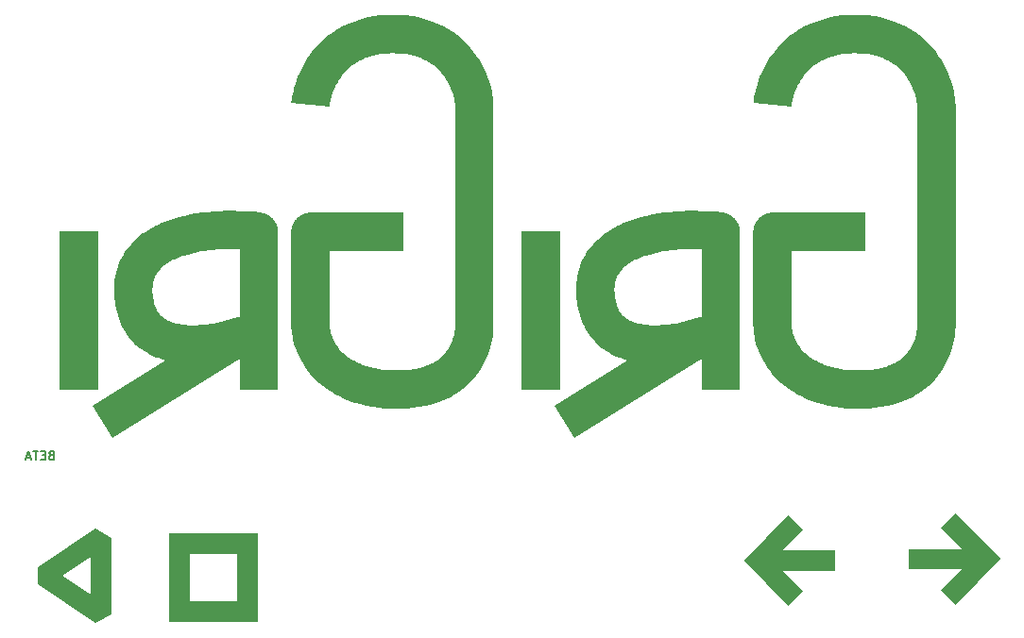
<source format=gbr>
%TF.GenerationSoftware,KiCad,Pcbnew,7.0.7*%
%TF.CreationDate,2023-10-03T15:02:23+02:00*%
%TF.ProjectId,Untitled,556e7469-746c-4656-942e-6b696361645f,rev?*%
%TF.SameCoordinates,Original*%
%TF.FileFunction,Legend,Bot*%
%TF.FilePolarity,Positive*%
%FSLAX46Y46*%
G04 Gerber Fmt 4.6, Leading zero omitted, Abs format (unit mm)*
G04 Created by KiCad (PCBNEW 7.0.7) date 2023-10-03 15:02:23*
%MOMM*%
%LPD*%
G01*
G04 APERTURE LIST*
%ADD10C,0.152400*%
%ADD11C,0.000000*%
%ADD12C,5.700000*%
%ADD13C,1.200000*%
%ADD14O,2.000000X1.200000*%
%ADD15O,1.800000X1.200000*%
%ADD16C,0.700000*%
%ADD17O,2.000000X1.000000*%
%ADD18C,1.500000*%
G04 APERTURE END LIST*
D10*
X109435279Y-100466851D02*
X109319165Y-100505556D01*
X109319165Y-100505556D02*
X109280460Y-100544260D01*
X109280460Y-100544260D02*
X109241756Y-100621670D01*
X109241756Y-100621670D02*
X109241756Y-100737784D01*
X109241756Y-100737784D02*
X109280460Y-100815194D01*
X109280460Y-100815194D02*
X109319165Y-100853899D01*
X109319165Y-100853899D02*
X109396575Y-100892603D01*
X109396575Y-100892603D02*
X109706213Y-100892603D01*
X109706213Y-100892603D02*
X109706213Y-100079803D01*
X109706213Y-100079803D02*
X109435279Y-100079803D01*
X109435279Y-100079803D02*
X109357870Y-100118508D01*
X109357870Y-100118508D02*
X109319165Y-100157213D01*
X109319165Y-100157213D02*
X109280460Y-100234622D01*
X109280460Y-100234622D02*
X109280460Y-100312032D01*
X109280460Y-100312032D02*
X109319165Y-100389441D01*
X109319165Y-100389441D02*
X109357870Y-100428146D01*
X109357870Y-100428146D02*
X109435279Y-100466851D01*
X109435279Y-100466851D02*
X109706213Y-100466851D01*
X108893413Y-100466851D02*
X108622479Y-100466851D01*
X108506365Y-100892603D02*
X108893413Y-100892603D01*
X108893413Y-100892603D02*
X108893413Y-100079803D01*
X108893413Y-100079803D02*
X108506365Y-100079803D01*
X108274137Y-100079803D02*
X107809680Y-100079803D01*
X108041908Y-100892603D02*
X108041908Y-100079803D01*
X107577451Y-100660375D02*
X107190404Y-100660375D01*
X107654861Y-100892603D02*
X107383928Y-100079803D01*
X107383928Y-100079803D02*
X107112994Y-100892603D01*
D11*
G36*
X114852085Y-114730373D02*
G01*
X113412487Y-115500839D01*
X108253112Y-112061256D01*
X108253112Y-111290787D01*
X110436187Y-111290787D01*
X113000000Y-113000000D01*
X113000000Y-109581577D01*
X110436187Y-111290787D01*
X108253112Y-111290787D01*
X108253112Y-110520321D01*
X113412487Y-107080738D01*
X114852085Y-107851204D01*
X114852085Y-109581577D01*
X114852085Y-114730373D01*
G37*
G36*
X176801920Y-107128864D02*
G01*
X175000000Y-109000000D01*
X179701832Y-109000000D01*
X179701832Y-110852085D01*
X175000000Y-110852085D01*
X176801920Y-112723217D01*
X175467810Y-114008034D01*
X171537055Y-109926041D01*
X175467810Y-105844051D01*
X176801920Y-107128864D01*
G37*
G36*
X127948959Y-115391830D02*
G01*
X120011459Y-115391830D01*
X120011459Y-113539745D01*
X121863540Y-113539745D01*
X126096874Y-113539745D01*
X126096874Y-109306412D01*
X121863540Y-109306412D01*
X121863540Y-113539745D01*
X120011459Y-113539745D01*
X120011459Y-107454330D01*
X127948959Y-107454330D01*
X127948959Y-109306412D01*
X127948959Y-115391830D01*
G37*
G36*
X194481191Y-109793751D02*
G01*
X190550437Y-113875740D01*
X189216354Y-112590927D01*
X191018245Y-110719791D01*
X186316414Y-110719791D01*
X186316414Y-108867710D01*
X191018245Y-108867710D01*
X189216354Y-106996574D01*
X190550437Y-105711761D01*
X194481191Y-109793751D01*
G37*
G36*
X113630199Y-94567672D02*
G01*
X110190616Y-94567672D01*
X110190616Y-80412463D01*
X113630199Y-80412463D01*
X113630199Y-94567672D01*
G37*
G36*
X140390655Y-60969305D02*
G01*
X140687039Y-60980357D01*
X140977716Y-60998590D01*
X141262715Y-61023848D01*
X141815797Y-61094828D01*
X142346517Y-61192064D01*
X142855110Y-61314324D01*
X143341810Y-61460379D01*
X143806850Y-61628994D01*
X144250463Y-61818939D01*
X144672884Y-62028982D01*
X145074346Y-62257891D01*
X145455083Y-62504434D01*
X145815329Y-62767380D01*
X146155317Y-63045497D01*
X146475281Y-63337553D01*
X146775455Y-63642316D01*
X147056072Y-63958555D01*
X147306873Y-64271214D01*
X147538548Y-64589751D01*
X147751645Y-64912848D01*
X147946713Y-65239186D01*
X148124301Y-65567446D01*
X148284959Y-65896311D01*
X148429235Y-66224462D01*
X148557680Y-66550579D01*
X148670842Y-66873344D01*
X148769270Y-67191439D01*
X148853514Y-67503545D01*
X148924122Y-67808344D01*
X148981645Y-68104517D01*
X149026630Y-68390744D01*
X149059628Y-68665709D01*
X149081188Y-68928091D01*
X149082579Y-68954890D01*
X149083572Y-68981706D01*
X149084167Y-69008536D01*
X149084365Y-69035380D01*
X149084365Y-88729903D01*
X149083434Y-88992138D01*
X149070820Y-89266568D01*
X149045789Y-89551850D01*
X149007604Y-89846636D01*
X148955528Y-90149579D01*
X148888825Y-90459333D01*
X148806759Y-90774552D01*
X148708592Y-91093890D01*
X148593590Y-91415999D01*
X148461015Y-91739534D01*
X148310130Y-92063149D01*
X148140200Y-92385495D01*
X147950489Y-92705228D01*
X147740259Y-93021001D01*
X147508774Y-93331467D01*
X147255298Y-93635280D01*
X146967914Y-93942298D01*
X146659652Y-94234868D01*
X146330289Y-94512048D01*
X145979602Y-94772896D01*
X145607370Y-95016471D01*
X145213369Y-95241831D01*
X144797377Y-95448034D01*
X144359172Y-95634139D01*
X143898531Y-95799203D01*
X143415231Y-95942284D01*
X142909051Y-96062441D01*
X142379768Y-96158733D01*
X141827159Y-96230216D01*
X141251002Y-96275950D01*
X140651074Y-96294993D01*
X140027153Y-96286403D01*
X139412104Y-96252153D01*
X138820995Y-96194813D01*
X138253545Y-96115233D01*
X137709471Y-96014259D01*
X137188492Y-95892738D01*
X136690327Y-95751520D01*
X136214692Y-95591450D01*
X135761307Y-95413377D01*
X135329889Y-95218149D01*
X134920158Y-95006613D01*
X134531830Y-94779617D01*
X134164625Y-94538008D01*
X133818261Y-94282634D01*
X133492455Y-94014342D01*
X133186927Y-93733981D01*
X132901393Y-93442397D01*
X132643883Y-93150222D01*
X132407328Y-92852424D01*
X132191130Y-92550172D01*
X131994690Y-92244632D01*
X131817409Y-91936974D01*
X131658687Y-91628364D01*
X131517925Y-91319970D01*
X131394525Y-91012960D01*
X131287886Y-90708502D01*
X131197409Y-90407763D01*
X131122496Y-90111912D01*
X131062548Y-89822116D01*
X131016964Y-89539543D01*
X130985146Y-89265360D01*
X130966495Y-89000735D01*
X130960411Y-88746837D01*
X130960411Y-80412463D01*
X130962648Y-80323964D01*
X130969289Y-80236627D01*
X130980225Y-80150559D01*
X130995349Y-80065870D01*
X131014552Y-79982665D01*
X131037725Y-79901055D01*
X131064762Y-79821147D01*
X131095554Y-79743049D01*
X131129994Y-79666869D01*
X131167972Y-79592715D01*
X131209381Y-79520695D01*
X131254113Y-79450918D01*
X131302060Y-79383491D01*
X131353114Y-79318522D01*
X131407167Y-79256120D01*
X131464110Y-79196393D01*
X131523837Y-79139448D01*
X131586238Y-79085393D01*
X131651206Y-79034338D01*
X131718632Y-78986389D01*
X131788409Y-78941655D01*
X131860429Y-78900244D01*
X131934583Y-78862265D01*
X132010764Y-78827824D01*
X132088863Y-78797030D01*
X132168773Y-78769992D01*
X132250386Y-78746816D01*
X132333592Y-78727613D01*
X132418285Y-78712488D01*
X132504356Y-78701551D01*
X132591698Y-78694910D01*
X132680202Y-78692672D01*
X141014575Y-78692672D01*
X141014575Y-82132255D01*
X134399993Y-82132255D01*
X134399993Y-88746837D01*
X134402775Y-88851034D01*
X134411442Y-88964833D01*
X134426481Y-89087406D01*
X134448375Y-89217924D01*
X134477609Y-89355560D01*
X134514669Y-89499485D01*
X134560040Y-89648870D01*
X134614205Y-89802889D01*
X134677651Y-89960711D01*
X134750862Y-90121510D01*
X134834322Y-90284457D01*
X134928517Y-90448724D01*
X135033931Y-90613482D01*
X135151050Y-90777903D01*
X135280358Y-90941159D01*
X135422340Y-91102422D01*
X135571116Y-91254665D01*
X135735703Y-91406522D01*
X135916903Y-91556845D01*
X136115521Y-91704486D01*
X136332359Y-91848296D01*
X136568220Y-91987127D01*
X136823910Y-92119830D01*
X137100230Y-92245257D01*
X137397984Y-92362260D01*
X137717976Y-92469691D01*
X138061010Y-92566400D01*
X138427888Y-92651240D01*
X138819414Y-92723062D01*
X139236392Y-92780718D01*
X139679626Y-92823059D01*
X140149917Y-92848937D01*
X140383952Y-92854845D01*
X140610874Y-92855713D01*
X140830799Y-92851706D01*
X141043839Y-92842990D01*
X141250109Y-92829730D01*
X141449722Y-92812092D01*
X141642792Y-92790242D01*
X141829433Y-92764346D01*
X142009759Y-92734568D01*
X142183884Y-92701074D01*
X142351922Y-92664031D01*
X142513986Y-92623603D01*
X142670190Y-92579956D01*
X142820648Y-92533256D01*
X142965474Y-92483669D01*
X143104783Y-92431359D01*
X143238686Y-92376493D01*
X143367300Y-92319237D01*
X143490737Y-92259754D01*
X143609110Y-92198213D01*
X143831126Y-92069612D01*
X144034256Y-91934761D01*
X144219412Y-91794982D01*
X144387504Y-91651601D01*
X144539445Y-91505943D01*
X144676143Y-91359332D01*
X144810491Y-91197958D01*
X144933200Y-91032431D01*
X145044658Y-90863654D01*
X145145249Y-90692529D01*
X145235361Y-90519957D01*
X145315378Y-90346841D01*
X145385688Y-90174082D01*
X145446676Y-90002582D01*
X145498728Y-89833244D01*
X145542230Y-89666968D01*
X145577568Y-89504658D01*
X145605128Y-89347214D01*
X145625297Y-89195538D01*
X145638460Y-89050533D01*
X145645003Y-88913101D01*
X145645313Y-88784143D01*
X145644947Y-88765490D01*
X145644828Y-88756163D01*
X145644782Y-88746837D01*
X145644782Y-69094620D01*
X145630570Y-68947926D01*
X145609465Y-68792050D01*
X145581174Y-68627936D01*
X145545402Y-68456530D01*
X145501856Y-68278777D01*
X145450240Y-68095620D01*
X145390262Y-67908004D01*
X145321627Y-67716875D01*
X145244040Y-67523177D01*
X145157207Y-67327854D01*
X145060835Y-67131852D01*
X144954629Y-66936114D01*
X144838295Y-66741586D01*
X144711539Y-66549211D01*
X144574066Y-66359936D01*
X144425582Y-66174705D01*
X144272358Y-66001440D01*
X144106352Y-65831428D01*
X143926936Y-65665760D01*
X143733482Y-65505532D01*
X143525362Y-65351837D01*
X143301949Y-65205769D01*
X143062614Y-65068421D01*
X142806730Y-64940887D01*
X142533668Y-64824261D01*
X142242802Y-64719636D01*
X141933502Y-64628107D01*
X141605142Y-64550767D01*
X141257093Y-64488710D01*
X140888727Y-64443029D01*
X140499417Y-64414818D01*
X140088535Y-64405172D01*
X139880173Y-64407612D01*
X139677116Y-64414841D01*
X139479291Y-64426726D01*
X139286623Y-64443130D01*
X139099040Y-64463920D01*
X138916469Y-64488961D01*
X138738836Y-64518118D01*
X138566068Y-64551256D01*
X138398091Y-64588240D01*
X138234833Y-64628936D01*
X138076219Y-64673208D01*
X137922178Y-64720923D01*
X137772634Y-64771945D01*
X137627516Y-64826139D01*
X137486749Y-64883371D01*
X137350261Y-64943506D01*
X137089827Y-65071946D01*
X136845627Y-65210381D01*
X136617076Y-65357732D01*
X136403585Y-65512922D01*
X136204570Y-65674872D01*
X136019443Y-65842503D01*
X135847619Y-66014739D01*
X135688510Y-66190500D01*
X135531475Y-66381658D01*
X135386000Y-66576965D01*
X135251784Y-66775406D01*
X135128526Y-66975966D01*
X135015922Y-67177629D01*
X134913672Y-67379378D01*
X134821472Y-67580199D01*
X134739023Y-67779075D01*
X134666020Y-67974992D01*
X134602164Y-68166932D01*
X134547151Y-68353881D01*
X134500679Y-68534822D01*
X134462447Y-68708741D01*
X134432154Y-68874621D01*
X134409496Y-69031447D01*
X134394172Y-69178202D01*
X130966495Y-68892557D01*
X130993444Y-68630423D01*
X131032066Y-68355880D01*
X131082874Y-68070237D01*
X131146379Y-67774804D01*
X131223092Y-67470892D01*
X131313525Y-67159809D01*
X131418190Y-66842866D01*
X131537598Y-66521372D01*
X131672261Y-66196637D01*
X131822691Y-65869971D01*
X131989398Y-65542683D01*
X132172896Y-65216083D01*
X132373694Y-64891481D01*
X132592306Y-64570187D01*
X132829242Y-64253510D01*
X133085014Y-63942759D01*
X133369930Y-63629017D01*
X133674166Y-63326477D01*
X133997947Y-63036385D01*
X134341499Y-62759990D01*
X134705049Y-62498538D01*
X135088821Y-62253278D01*
X135493043Y-62025455D01*
X135917940Y-61816318D01*
X136363738Y-61627115D01*
X136830663Y-61459091D01*
X137318941Y-61313495D01*
X137828798Y-61191574D01*
X138360460Y-61094576D01*
X138914153Y-61023747D01*
X139490102Y-60980334D01*
X140088535Y-60965587D01*
X140390655Y-60969305D01*
G37*
G36*
X129769783Y-94567672D02*
G01*
X126330203Y-94567672D01*
X126330203Y-91831880D01*
X114937244Y-98937263D01*
X113117176Y-96018909D01*
X119652912Y-91942741D01*
X119458436Y-91886727D01*
X119264429Y-91825121D01*
X119071170Y-91757730D01*
X118878934Y-91684362D01*
X118687998Y-91604825D01*
X118498641Y-91518928D01*
X118311138Y-91426479D01*
X118125768Y-91327285D01*
X117942807Y-91221156D01*
X117762532Y-91107899D01*
X117585220Y-90987322D01*
X117411149Y-90859233D01*
X117240596Y-90723441D01*
X117073837Y-90579754D01*
X116911149Y-90427980D01*
X116752811Y-90267926D01*
X116570643Y-90066596D01*
X116398627Y-89856750D01*
X116236821Y-89638463D01*
X116085281Y-89411807D01*
X115944064Y-89176855D01*
X115813228Y-88933682D01*
X115692829Y-88682361D01*
X115582924Y-88422964D01*
X115483571Y-88155566D01*
X115394825Y-87880239D01*
X115316745Y-87597058D01*
X115249387Y-87306095D01*
X115192807Y-87007423D01*
X115147064Y-86701117D01*
X115112214Y-86387250D01*
X115088314Y-86065894D01*
X115076557Y-85724567D01*
X115076885Y-85694549D01*
X118515919Y-85694549D01*
X118522342Y-85871530D01*
X118536705Y-86066818D01*
X118556834Y-86251344D01*
X118582377Y-86425455D01*
X118612980Y-86589498D01*
X118648290Y-86743819D01*
X118687952Y-86888765D01*
X118731615Y-87024682D01*
X118778923Y-87151918D01*
X118829525Y-87270818D01*
X118883066Y-87381730D01*
X118939192Y-87484999D01*
X118997551Y-87580973D01*
X119057789Y-87669998D01*
X119119553Y-87752421D01*
X119182488Y-87828589D01*
X119246242Y-87898847D01*
X119315633Y-87968451D01*
X119389191Y-88035651D01*
X119466961Y-88100405D01*
X119548988Y-88162670D01*
X119635314Y-88222405D01*
X119725986Y-88279568D01*
X119821046Y-88334117D01*
X119920539Y-88386011D01*
X120024510Y-88435207D01*
X120133001Y-88481664D01*
X120246058Y-88525340D01*
X120363725Y-88566192D01*
X120486046Y-88604180D01*
X120613065Y-88639260D01*
X120744826Y-88671392D01*
X120881374Y-88700534D01*
X121175249Y-88750523D01*
X121477629Y-88785912D01*
X121787017Y-88807474D01*
X122101914Y-88815980D01*
X122420823Y-88812202D01*
X122742247Y-88796915D01*
X123064688Y-88770889D01*
X123386648Y-88734897D01*
X123706630Y-88689713D01*
X124023136Y-88636107D01*
X124334668Y-88574853D01*
X124639730Y-88506724D01*
X124936823Y-88432490D01*
X125224450Y-88352926D01*
X125501114Y-88268803D01*
X125765315Y-88180894D01*
X125800291Y-88169136D01*
X125835361Y-88158167D01*
X125870515Y-88147983D01*
X125905742Y-88138581D01*
X125941031Y-88129955D01*
X125976371Y-88122101D01*
X126047162Y-88108695D01*
X126118027Y-88098327D01*
X126188880Y-88090964D01*
X126259635Y-88086571D01*
X126330203Y-88085115D01*
X126330203Y-81998615D01*
X125723591Y-81984690D01*
X125099687Y-81990266D01*
X124465260Y-82017335D01*
X123827078Y-82067895D01*
X123508695Y-82102606D01*
X123191910Y-82143938D01*
X122877572Y-82192140D01*
X122566525Y-82247461D01*
X122259615Y-82310151D01*
X121957689Y-82380459D01*
X121661593Y-82458633D01*
X121372173Y-82544925D01*
X121185817Y-82606240D01*
X121005868Y-82670211D01*
X120832333Y-82736783D01*
X120665220Y-82805900D01*
X120504536Y-82877507D01*
X120350288Y-82951547D01*
X120202484Y-83027965D01*
X120061131Y-83106705D01*
X119926237Y-83187711D01*
X119797808Y-83270928D01*
X119675853Y-83356299D01*
X119560378Y-83443769D01*
X119451391Y-83533283D01*
X119348900Y-83624783D01*
X119252911Y-83718216D01*
X119163433Y-83813524D01*
X119086653Y-83903059D01*
X119013464Y-83996570D01*
X118944145Y-84094324D01*
X118878976Y-84196583D01*
X118818236Y-84303613D01*
X118762205Y-84415679D01*
X118711162Y-84533045D01*
X118665387Y-84655976D01*
X118625158Y-84784737D01*
X118590756Y-84919592D01*
X118562459Y-85060806D01*
X118540547Y-85208644D01*
X118525301Y-85363371D01*
X118516998Y-85525251D01*
X118515919Y-85694549D01*
X115076885Y-85694549D01*
X115080202Y-85390529D01*
X115098988Y-85063851D01*
X115132651Y-84744602D01*
X115180931Y-84432851D01*
X115243565Y-84128669D01*
X115320290Y-83832124D01*
X115410846Y-83543287D01*
X115514970Y-83262227D01*
X115632400Y-82989014D01*
X115762874Y-82723718D01*
X115906130Y-82466407D01*
X116061906Y-82217153D01*
X116229940Y-81976024D01*
X116409970Y-81743090D01*
X116601734Y-81518420D01*
X116795633Y-81311571D01*
X116997266Y-81114698D01*
X117206103Y-80927550D01*
X117421610Y-80749877D01*
X117643256Y-80581429D01*
X117870510Y-80421953D01*
X118102840Y-80271200D01*
X118339714Y-80128919D01*
X118580599Y-79994859D01*
X118824966Y-79868770D01*
X119072281Y-79750400D01*
X119322013Y-79639500D01*
X119573630Y-79535817D01*
X119826601Y-79439102D01*
X120080393Y-79349105D01*
X120334476Y-79265573D01*
X120844029Y-79116184D01*
X121362404Y-78986535D01*
X121887310Y-78875664D01*
X122416457Y-78782611D01*
X122947555Y-78706414D01*
X123478312Y-78646112D01*
X124006438Y-78600746D01*
X124529644Y-78569352D01*
X125045637Y-78550972D01*
X125552127Y-78544644D01*
X126527439Y-78564299D01*
X127437254Y-78620631D01*
X128263248Y-78705953D01*
X128343295Y-78717852D01*
X128422004Y-78733318D01*
X128499296Y-78752261D01*
X128575093Y-78774593D01*
X128649316Y-78800223D01*
X128721884Y-78829063D01*
X128792721Y-78861022D01*
X128861746Y-78896012D01*
X128928882Y-78933943D01*
X128994048Y-78974726D01*
X129057166Y-79018271D01*
X129118157Y-79064489D01*
X129176942Y-79113291D01*
X129233442Y-79164586D01*
X129287579Y-79218286D01*
X129339273Y-79274302D01*
X129388445Y-79332543D01*
X129435018Y-79392921D01*
X129478910Y-79455345D01*
X129520045Y-79519728D01*
X129558342Y-79585978D01*
X129593723Y-79654007D01*
X129626109Y-79723726D01*
X129655421Y-79795045D01*
X129681580Y-79867874D01*
X129704507Y-79942124D01*
X129724123Y-80017706D01*
X129740350Y-80094531D01*
X129753108Y-80172508D01*
X129762319Y-80251549D01*
X129767904Y-80331564D01*
X129769783Y-80412463D01*
X129769783Y-88085115D01*
X129769783Y-94567672D01*
G37*
G36*
X155038547Y-94567672D02*
G01*
X151598964Y-94567672D01*
X151598964Y-80412463D01*
X155038547Y-80412463D01*
X155038547Y-94567672D01*
G37*
G36*
X181798996Y-60969303D02*
G01*
X182095375Y-60980355D01*
X182386047Y-60998588D01*
X182671041Y-61023846D01*
X183224111Y-61094826D01*
X183754821Y-61192062D01*
X184263403Y-61314322D01*
X184750091Y-61460377D01*
X185215120Y-61628992D01*
X185658723Y-61818937D01*
X186081134Y-62028980D01*
X186482587Y-62257889D01*
X186863316Y-62504433D01*
X187223555Y-62767379D01*
X187563537Y-63045496D01*
X187883497Y-63337552D01*
X188183667Y-63642316D01*
X188464283Y-63958555D01*
X188715105Y-64271213D01*
X188946799Y-64589750D01*
X189159914Y-64912845D01*
X189354999Y-65239182D01*
X189532602Y-65567441D01*
X189693272Y-65896304D01*
X189837559Y-66224453D01*
X189966009Y-66550569D01*
X190079173Y-66873333D01*
X190177599Y-67191428D01*
X190261835Y-67503534D01*
X190332430Y-67808333D01*
X190389934Y-68104507D01*
X190434893Y-68390737D01*
X190467858Y-68665704D01*
X190489377Y-68928091D01*
X190490841Y-68954890D01*
X190491888Y-68981706D01*
X190492516Y-69008537D01*
X190492726Y-69035380D01*
X190492726Y-88729903D01*
X190491796Y-88992137D01*
X190479185Y-89266568D01*
X190454155Y-89551850D01*
X190415969Y-89846636D01*
X190363891Y-90149579D01*
X190297185Y-90459333D01*
X190215113Y-90774552D01*
X190116939Y-91093890D01*
X190001927Y-91415999D01*
X189869339Y-91739534D01*
X189718439Y-92063149D01*
X189548491Y-92385495D01*
X189358757Y-92705228D01*
X189148502Y-93021001D01*
X188916989Y-93331467D01*
X188663480Y-93635280D01*
X188376100Y-93942298D01*
X188067845Y-94234868D01*
X187738492Y-94512048D01*
X187387818Y-94772896D01*
X187015599Y-95016471D01*
X186621614Y-95241831D01*
X186205638Y-95448034D01*
X185767449Y-95634139D01*
X185306824Y-95799203D01*
X184823540Y-95942284D01*
X184317373Y-96062441D01*
X183788101Y-96158733D01*
X183235500Y-96230216D01*
X182659348Y-96275950D01*
X182059422Y-96294993D01*
X181435498Y-96286403D01*
X180820418Y-96252153D01*
X180229283Y-96194813D01*
X179661811Y-96115233D01*
X179117721Y-96014259D01*
X178596730Y-95892738D01*
X178098556Y-95751520D01*
X177622917Y-95591450D01*
X177169531Y-95413378D01*
X176738117Y-95218149D01*
X176328391Y-95006613D01*
X175940073Y-94779617D01*
X175572879Y-94538008D01*
X175226528Y-94282634D01*
X174900738Y-94014342D01*
X174595227Y-93733981D01*
X174309713Y-93442397D01*
X174052185Y-93150222D01*
X173815618Y-92852424D01*
X173599413Y-92550172D01*
X173402970Y-92244632D01*
X173225688Y-91936974D01*
X173066969Y-91628364D01*
X172926212Y-91319970D01*
X172802818Y-91012960D01*
X172696187Y-90708502D01*
X172605719Y-90407763D01*
X172530815Y-90111912D01*
X172470875Y-89822116D01*
X172425299Y-89539543D01*
X172393487Y-89265360D01*
X172374839Y-89000735D01*
X172368757Y-88746837D01*
X172368757Y-80412463D01*
X172370995Y-80323962D01*
X172377636Y-80236623D01*
X172388573Y-80150553D01*
X172403697Y-80065862D01*
X172422901Y-79982657D01*
X172446076Y-79901045D01*
X172473115Y-79821136D01*
X172503908Y-79743038D01*
X172538349Y-79666857D01*
X172576329Y-79592703D01*
X172617740Y-79520683D01*
X172662474Y-79450906D01*
X172710423Y-79383479D01*
X172761478Y-79318511D01*
X172815532Y-79256110D01*
X172872477Y-79196382D01*
X172932205Y-79139438D01*
X172994607Y-79085385D01*
X173059576Y-79034330D01*
X173127003Y-78986382D01*
X173196780Y-78941649D01*
X173268800Y-78900239D01*
X173342954Y-78862260D01*
X173419134Y-78827820D01*
X173497232Y-78797027D01*
X173577140Y-78769989D01*
X173658750Y-78746815D01*
X173741954Y-78727612D01*
X173826644Y-78712488D01*
X173912712Y-78701551D01*
X174000049Y-78694910D01*
X174088548Y-78692672D01*
X182422923Y-78692672D01*
X182422923Y-82132255D01*
X175808340Y-82132255D01*
X175808340Y-88746837D01*
X175811120Y-88851034D01*
X175819783Y-88964833D01*
X175834816Y-89087406D01*
X175856703Y-89217924D01*
X175885930Y-89355560D01*
X175922983Y-89499485D01*
X175968346Y-89648870D01*
X176022506Y-89802889D01*
X176085948Y-89960711D01*
X176159158Y-90121510D01*
X176242620Y-90284457D01*
X176336821Y-90448724D01*
X176442245Y-90613482D01*
X176559379Y-90777903D01*
X176688708Y-90941159D01*
X176830717Y-91102422D01*
X176979465Y-91254665D01*
X177144029Y-91406522D01*
X177325210Y-91556845D01*
X177523813Y-91704486D01*
X177740641Y-91848296D01*
X177976496Y-91987127D01*
X178232181Y-92119830D01*
X178508501Y-92245257D01*
X178806258Y-92362260D01*
X179126256Y-92469691D01*
X179469297Y-92566400D01*
X179836184Y-92651240D01*
X180227721Y-92723062D01*
X180644711Y-92780718D01*
X181087958Y-92823059D01*
X181558263Y-92848937D01*
X181792298Y-92854845D01*
X182019221Y-92855713D01*
X182239146Y-92851706D01*
X182452186Y-92842990D01*
X182658456Y-92829730D01*
X182858069Y-92812092D01*
X183051139Y-92790242D01*
X183237780Y-92764346D01*
X183418105Y-92734568D01*
X183592230Y-92701074D01*
X183760266Y-92664031D01*
X183922329Y-92623603D01*
X184078532Y-92579956D01*
X184228989Y-92533256D01*
X184373814Y-92483669D01*
X184513121Y-92431359D01*
X184647022Y-92376493D01*
X184775634Y-92319237D01*
X184899068Y-92259754D01*
X185017439Y-92198213D01*
X185239448Y-92069612D01*
X185442570Y-91934761D01*
X185627717Y-91794982D01*
X185795799Y-91651601D01*
X185947727Y-91505943D01*
X186084412Y-91359332D01*
X186218778Y-91197958D01*
X186341503Y-91032431D01*
X186452975Y-90863654D01*
X186553577Y-90692529D01*
X186643697Y-90519957D01*
X186723720Y-90346841D01*
X186794033Y-90174082D01*
X186855020Y-90002582D01*
X186907070Y-89833244D01*
X186950566Y-89666968D01*
X186985896Y-89504658D01*
X187013445Y-89347214D01*
X187033599Y-89195538D01*
X187046745Y-89050533D01*
X187053268Y-88913101D01*
X187053554Y-88784143D01*
X187053243Y-88765490D01*
X187053160Y-88756163D01*
X187053131Y-88746837D01*
X187053131Y-69094620D01*
X187038899Y-68947926D01*
X187017778Y-68792050D01*
X186989473Y-68627936D01*
X186953689Y-68456530D01*
X186910133Y-68278777D01*
X186858509Y-68095620D01*
X186798524Y-67908004D01*
X186729882Y-67716875D01*
X186652291Y-67523177D01*
X186565455Y-67327854D01*
X186469081Y-67131851D01*
X186362873Y-66936114D01*
X186246538Y-66741586D01*
X186119781Y-66549212D01*
X185982308Y-66359936D01*
X185833825Y-66174705D01*
X185680602Y-66001436D01*
X185514601Y-65831420D01*
X185335193Y-65665751D01*
X185141748Y-65505521D01*
X184933640Y-65351826D01*
X184710239Y-65205757D01*
X184470916Y-65068410D01*
X184215045Y-64940877D01*
X183941995Y-64824252D01*
X183651139Y-64719629D01*
X183341848Y-64628102D01*
X183013495Y-64550763D01*
X182665450Y-64488708D01*
X182297085Y-64443028D01*
X181907771Y-64414818D01*
X181496881Y-64405172D01*
X181288503Y-64407612D01*
X181085433Y-64414841D01*
X180887596Y-64426725D01*
X180694920Y-64443129D01*
X180507330Y-64463919D01*
X180324754Y-64488959D01*
X180147118Y-64518115D01*
X179974348Y-64551252D01*
X179806371Y-64588235D01*
X179643114Y-64628930D01*
X179484504Y-64673202D01*
X179330466Y-64720916D01*
X179180927Y-64771937D01*
X179035814Y-64826130D01*
X178895054Y-64883362D01*
X178758572Y-64943496D01*
X178498153Y-65071935D01*
X178253968Y-65210369D01*
X178025430Y-65357720D01*
X177811952Y-65512911D01*
X177612946Y-65674862D01*
X177427825Y-65842496D01*
X177256001Y-66014735D01*
X177096886Y-66190500D01*
X176939824Y-66381658D01*
X176794329Y-66576965D01*
X176660099Y-66775406D01*
X176536831Y-66975966D01*
X176424222Y-67177629D01*
X176321969Y-67379378D01*
X176229769Y-67580199D01*
X176147320Y-67779075D01*
X176074319Y-67974992D01*
X176010463Y-68166932D01*
X175955449Y-68353881D01*
X175908974Y-68534823D01*
X175870736Y-68708741D01*
X175840431Y-68874621D01*
X175817758Y-69031447D01*
X175802412Y-69178202D01*
X172374710Y-68892557D01*
X172401665Y-68630423D01*
X172440297Y-68355880D01*
X172491117Y-68070237D01*
X172554636Y-67774804D01*
X172631364Y-67470892D01*
X172721813Y-67159809D01*
X172826493Y-66842866D01*
X172945915Y-66521372D01*
X173080591Y-66196637D01*
X173231031Y-65869971D01*
X173397746Y-65542683D01*
X173581248Y-65216083D01*
X173782046Y-64891481D01*
X174000653Y-64570187D01*
X174237578Y-64253510D01*
X174493333Y-63942760D01*
X174778258Y-63629017D01*
X175082500Y-63326476D01*
X175406285Y-63036384D01*
X175749838Y-62759989D01*
X176113388Y-62498537D01*
X176497160Y-62253276D01*
X176901379Y-62025453D01*
X177326274Y-61816317D01*
X177772070Y-61627113D01*
X178238993Y-61459089D01*
X178727269Y-61313493D01*
X179237126Y-61191572D01*
X179768789Y-61094574D01*
X180322485Y-61023745D01*
X180898440Y-60980333D01*
X181496881Y-60965585D01*
X181798996Y-60969303D01*
G37*
G36*
X171178131Y-94567672D02*
G01*
X167738548Y-94567672D01*
X167738548Y-91831880D01*
X156345592Y-98937263D01*
X154525257Y-96018909D01*
X161061260Y-91942741D01*
X160866784Y-91886727D01*
X160672778Y-91825121D01*
X160479518Y-91757730D01*
X160287282Y-91684362D01*
X160096347Y-91604825D01*
X159906990Y-91518928D01*
X159719487Y-91426479D01*
X159534117Y-91327285D01*
X159351156Y-91221156D01*
X159170881Y-91107899D01*
X158993569Y-90987322D01*
X158819498Y-90859233D01*
X158648945Y-90723441D01*
X158482187Y-90579754D01*
X158319500Y-90427980D01*
X158161163Y-90267926D01*
X157978991Y-90066596D01*
X157806966Y-89856750D01*
X157645146Y-89638463D01*
X157493589Y-89411807D01*
X157352352Y-89176855D01*
X157221493Y-88933682D01*
X157101070Y-88682361D01*
X156991140Y-88422964D01*
X156891762Y-88155566D01*
X156802993Y-87880239D01*
X156724890Y-87597058D01*
X156657513Y-87306095D01*
X156600917Y-87007423D01*
X156555162Y-86701117D01*
X156520304Y-86387250D01*
X156496402Y-86065894D01*
X156484688Y-85724567D01*
X156485019Y-85694549D01*
X159924269Y-85694549D01*
X159930694Y-85871530D01*
X159945056Y-86066818D01*
X159965185Y-86251344D01*
X159990728Y-86425455D01*
X160021331Y-86589498D01*
X160056640Y-86743819D01*
X160096303Y-86888765D01*
X160139965Y-87024682D01*
X160187274Y-87151918D01*
X160237875Y-87270818D01*
X160291416Y-87381730D01*
X160347543Y-87484999D01*
X160405902Y-87580973D01*
X160466140Y-87669998D01*
X160527904Y-87752421D01*
X160590840Y-87828589D01*
X160654594Y-87898847D01*
X160723983Y-87968451D01*
X160797540Y-88035651D01*
X160875309Y-88100405D01*
X160957335Y-88162670D01*
X161043661Y-88222405D01*
X161134332Y-88279568D01*
X161229392Y-88334117D01*
X161328885Y-88386011D01*
X161432855Y-88435207D01*
X161541346Y-88481664D01*
X161654403Y-88525340D01*
X161772070Y-88566192D01*
X161894391Y-88604180D01*
X162021409Y-88639260D01*
X162153170Y-88671392D01*
X162289718Y-88700534D01*
X162583592Y-88750523D01*
X162885969Y-88785913D01*
X163195351Y-88807474D01*
X163510242Y-88815980D01*
X163829143Y-88812202D01*
X164150559Y-88796915D01*
X164472991Y-88770889D01*
X164794942Y-88734897D01*
X165114916Y-88689713D01*
X165431414Y-88636107D01*
X165742941Y-88574853D01*
X166047997Y-88506724D01*
X166345087Y-88432490D01*
X166632713Y-88352926D01*
X166909377Y-88268803D01*
X167173583Y-88180894D01*
X167208582Y-88169136D01*
X167243670Y-88158167D01*
X167278838Y-88147983D01*
X167314076Y-88138581D01*
X167349372Y-88129955D01*
X167384717Y-88122101D01*
X167455511Y-88108695D01*
X167526374Y-88098327D01*
X167597223Y-88090964D01*
X167667975Y-88086571D01*
X167738548Y-88085115D01*
X167738548Y-81998615D01*
X167131908Y-81984683D01*
X166507995Y-81990254D01*
X165873573Y-82017324D01*
X165235404Y-82067885D01*
X164917028Y-82102598D01*
X164600252Y-82143931D01*
X164285920Y-82192135D01*
X163974879Y-82247458D01*
X163667972Y-82310149D01*
X163366047Y-82380457D01*
X163069948Y-82458633D01*
X162780521Y-82544925D01*
X162594165Y-82606240D01*
X162414216Y-82670211D01*
X162240681Y-82736783D01*
X162073567Y-82805900D01*
X161912883Y-82877507D01*
X161758635Y-82951547D01*
X161610831Y-83027965D01*
X161469478Y-83106705D01*
X161334584Y-83187711D01*
X161206155Y-83270928D01*
X161084200Y-83356299D01*
X160968725Y-83443769D01*
X160859739Y-83533283D01*
X160757248Y-83624783D01*
X160661259Y-83718216D01*
X160571781Y-83813524D01*
X160495001Y-83903059D01*
X160421812Y-83996570D01*
X160352493Y-84094323D01*
X160287324Y-84196583D01*
X160226584Y-84303613D01*
X160170553Y-84415679D01*
X160119510Y-84533045D01*
X160073734Y-84655976D01*
X160033506Y-84784737D01*
X159999104Y-84919592D01*
X159970807Y-85060806D01*
X159948896Y-85208644D01*
X159933650Y-85363371D01*
X159925348Y-85525251D01*
X159924269Y-85694549D01*
X156485019Y-85694549D01*
X156488366Y-85390529D01*
X156507174Y-85063851D01*
X156540852Y-84744602D01*
X156589141Y-84432851D01*
X156651779Y-84128669D01*
X156728506Y-83832124D01*
X156819062Y-83543287D01*
X156923186Y-83262227D01*
X157040618Y-82989014D01*
X157171097Y-82723718D01*
X157314363Y-82466407D01*
X157470155Y-82217153D01*
X157638213Y-81976024D01*
X157818277Y-81743090D01*
X158010086Y-81518420D01*
X158203941Y-81311571D01*
X158405543Y-81114698D01*
X158614357Y-80927550D01*
X158829851Y-80749877D01*
X159051492Y-80581429D01*
X159278747Y-80421953D01*
X159511083Y-80271200D01*
X159747967Y-80128919D01*
X159988866Y-79994859D01*
X160233248Y-79868770D01*
X160480579Y-79750400D01*
X160730327Y-79639500D01*
X160981958Y-79535817D01*
X161234940Y-79439102D01*
X161488740Y-79349104D01*
X161742824Y-79265573D01*
X162252363Y-79116184D01*
X162770723Y-78986535D01*
X163295617Y-78875664D01*
X163824752Y-78782611D01*
X164355839Y-78706414D01*
X164886589Y-78646112D01*
X165414710Y-78600746D01*
X165937913Y-78569352D01*
X166453908Y-78550972D01*
X166960404Y-78544644D01*
X167935742Y-78564299D01*
X168845605Y-78620631D01*
X169671672Y-78705953D01*
X169751715Y-78717852D01*
X169830419Y-78733318D01*
X169907707Y-78752261D01*
X169983500Y-78774593D01*
X170057718Y-78800223D01*
X170130283Y-78829063D01*
X170201116Y-78861022D01*
X170270138Y-78896012D01*
X170337270Y-78933943D01*
X170402432Y-78974726D01*
X170465547Y-79018271D01*
X170526535Y-79064489D01*
X170585317Y-79113291D01*
X170641815Y-79164586D01*
X170695949Y-79218286D01*
X170747641Y-79274302D01*
X170796811Y-79332543D01*
X170843381Y-79392921D01*
X170887271Y-79455345D01*
X170928404Y-79519728D01*
X170966699Y-79585978D01*
X171002079Y-79654007D01*
X171034463Y-79723726D01*
X171063774Y-79795045D01*
X171089932Y-79867874D01*
X171112858Y-79942124D01*
X171132473Y-80017706D01*
X171148700Y-80094531D01*
X171161457Y-80172508D01*
X171170668Y-80251549D01*
X171176252Y-80331564D01*
X171178131Y-80412463D01*
X171178131Y-88085115D01*
X171178131Y-94567672D01*
G37*
%LPC*%
D12*
%TO.C,H6*%
X98000000Y-125000000D03*
%TD*%
%TO.C,H5*%
X198000000Y-125000000D03*
%TD*%
%TO.C,H4*%
X198000000Y-64000000D03*
%TD*%
%TO.C,H3*%
X98000000Y-64000000D03*
%TD*%
D13*
%TO.C,Card1*%
X185100000Y-79000000D03*
X193100000Y-79000000D03*
%TD*%
D14*
%TO.C,USB1*%
X98594549Y-101952072D03*
X98594549Y-110592072D03*
D15*
X94384549Y-101952072D03*
X94384549Y-110592072D03*
D16*
X98064549Y-103382072D03*
X98064549Y-109162072D03*
%TD*%
D17*
%TO.C,CN2*%
X94824544Y-121404078D03*
X94824544Y-116274078D03*
X104124544Y-121404078D03*
X104124544Y-115974078D03*
X100924544Y-116454078D03*
X100924544Y-121404078D03*
X97874544Y-115404078D03*
D18*
X95124544Y-118664078D03*
X102124544Y-118664078D03*
%TD*%
%LPD*%
M02*

</source>
